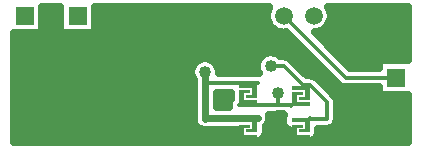
<source format=gbr>
G04 DipTrace 3.2.0.1*
G04 Bottom.gbr*
%MOMM*%
G04 #@! TF.FileFunction,Copper,L2,Bot*
G04 #@! TF.Part,Single*
%AMOUTLINE12*
4,1,8,
-0.8,-0.625,
0.8,-0.625,
0.8,-0.235,
-0.36,-0.235,
-0.36,0.365,
0.18,0.365,
0.18,0.625,
-0.8,0.625,
-0.8,-0.625,
0*%
%AMOUTLINE15*
4,1,8,
0.8,0.625,
-0.8,0.625,
-0.8,0.235,
0.36,0.235,
0.36,-0.365,
-0.18,-0.365,
-0.18,-0.625,
0.8,-0.625,
0.8,0.625,
0*%
G04 #@! TA.AperFunction,Conductor*
%ADD15C,0.33*%
%ADD17C,0.6*%
G04 #@! TA.AperFunction,CopperBalancing*
%ADD18C,0.635*%
G04 #@! TA.AperFunction,ComponentPad*
%ADD22C,1.6*%
%ADD23R,1.6X1.6*%
%ADD24R,1.5X1.5*%
%ADD25C,1.5*%
G04 #@! TA.AperFunction,ViaPad*
%ADD29C,1.016*%
%ADD65OUTLINE12*%
%ADD68OUTLINE15*%
%FSLAX35Y35*%
G04*
G71*
G90*
G75*
G01*
G04 Bottom*
%LPD*%
X1859440Y1148487D2*
D15*
X2113440D1*
X954660Y259580D2*
X1065773D1*
X176867Y894487D2*
Y926260D1*
X780053D1*
X875293Y1021500D1*
Y1148487D1*
X176867Y926260D2*
X319753D1*
X1065773Y259580D2*
Y354820D1*
X1859440Y1148487D1*
X3319787Y370693D2*
X2891233D1*
X2113440Y1148487D1*
X875293D2*
X1859440D1*
X1985793Y101840D2*
X2461633D1*
X2430247D1*
X3050933D1*
X3319787Y370693D1*
X1985793Y396053D2*
X2319767D1*
X2430247D1*
Y380180D1*
X2319767Y497680D2*
Y396053D1*
X2367440Y1148487D2*
X2891260Y624667D1*
X3319760D1*
X3319787Y624693D1*
X2590247Y560180D2*
X2527113D1*
X2367387Y719907D1*
X2256273D1*
X2590247Y281840D2*
Y275453D1*
X2732473D1*
Y417953D1*
X2590247Y560180D1*
X1700707Y672287D2*
D17*
Y576053D1*
Y275453D1*
X1707093Y281840D1*
X2145793D1*
Y576053D2*
D15*
X1700707D1*
D29*
X954660Y259580D3*
X2256273Y719907D3*
X1065773Y259580D3*
X1700707Y672287D3*
X2319767Y497680D3*
X325489Y1155083D2*
D18*
X467646D1*
X774929D2*
X2218922D1*
X2769929D2*
X3411930D1*
X325489Y1091917D2*
X467646D1*
X774929D2*
X2230498D1*
X2758354D2*
X3411930D1*
X325489Y1028750D2*
X467646D1*
X774929D2*
X2284183D1*
X2704669D2*
X3411930D1*
X88146Y965583D2*
X2425459D1*
X2675229D2*
X3411930D1*
X88146Y902417D2*
X2488623D1*
X2738393D2*
X3411930D1*
X88146Y839250D2*
X2551787D1*
X2801557D2*
X3411930D1*
X88146Y776083D2*
X1638050D1*
X1763406D2*
X2146097D1*
X2436062D2*
X2614951D1*
X2864721D2*
X3411930D1*
X88146Y712917D2*
X1583453D1*
X1817911D2*
X2132060D1*
X2499226D2*
X2678206D1*
X2927885D2*
X3166110D1*
X88146Y649750D2*
X1578440D1*
X2562390D2*
X2741370D1*
X88146Y586583D2*
X1597034D1*
X2688718D2*
X2804534D1*
X88146Y523417D2*
X1597034D1*
X2751883D2*
X3166110D1*
X88146Y460250D2*
X1597034D1*
X1804330D2*
X1912125D1*
X2811127D2*
X3411930D1*
X88146Y397083D2*
X1597034D1*
X1804330D2*
X1895628D1*
X2822612D2*
X3411930D1*
X88146Y333917D2*
X1597034D1*
X2822612D2*
X3411930D1*
X88146Y270750D2*
X1597216D1*
X2248758D2*
X2356643D1*
X2822521D2*
X3411930D1*
X88146Y207583D2*
X1624651D1*
X2219409D2*
X2366578D1*
X2787976D2*
X3411930D1*
X88146Y144417D2*
X1975289D1*
X2218315D2*
X2419808D1*
X2662742D2*
X3411930D1*
X768583Y1218212D2*
Y1001197D1*
X474003D1*
Y1218215D1*
X319232Y1218250D1*
X319157Y1006197D1*
X81722D1*
X81750Y81784D1*
X3418294Y81750D1*
X3418250Y477383D1*
X3172497Y477403D1*
Y540932D1*
X2884686Y541135D1*
X2871700Y543192D1*
X2859195Y547255D1*
X2847480Y553224D1*
X2836843Y560952D1*
X2716517Y680912D1*
X2389563Y1007866D1*
X2367440Y1006197D1*
X2345181Y1007948D1*
X2323470Y1013161D1*
X2302842Y1021705D1*
X2283804Y1033372D1*
X2266826Y1047872D1*
X2252325Y1064851D1*
X2240659Y1083888D1*
X2232114Y1104517D1*
X2226902Y1126228D1*
X2225150Y1148487D1*
X2226902Y1170746D1*
X2232114Y1192457D1*
X2240659Y1213085D1*
X2243538Y1218226D1*
X768581Y1218250D1*
X3195830Y771983D2*
X3418317D1*
X3418250Y1218216D1*
X2745534Y1218250D1*
X2752899Y1202939D1*
X2759799Y1181704D1*
X2763291Y1159651D1*
Y1137323D1*
X2759799Y1115270D1*
X2752899Y1094035D1*
X2742762Y1074140D1*
X2729638Y1056077D1*
X2713850Y1040289D1*
X2695786Y1027164D1*
X2675892Y1017028D1*
X2654657Y1010128D1*
X2632604Y1006635D1*
X2627938Y1006452D1*
X2925981Y708442D1*
X3172445Y708457D1*
X3172497Y771983D1*
X3195830D1*
X2154966Y659311D2*
X2147172Y674716D1*
X2141446Y692339D1*
X2138547Y710641D1*
Y729172D1*
X2141446Y747474D1*
X2147172Y765098D1*
X2155585Y781609D1*
X2166477Y796600D1*
X2179580Y809703D1*
X2194571Y820595D1*
X2211082Y829008D1*
X2228706Y834734D1*
X2247008Y837633D1*
X2265539D1*
X2283841Y834734D1*
X2301464Y829008D1*
X2317975Y820595D1*
X2332967Y809703D1*
X2339483Y803679D1*
X2373961Y803439D1*
X2386947Y801382D1*
X2399452Y797319D1*
X2411167Y791350D1*
X2421804Y783621D1*
X2542129Y663661D1*
X2561787Y644004D1*
X2596821Y643712D1*
X2609807Y641655D1*
X2622312Y637592D1*
X2634027Y631623D1*
X2644664Y623895D1*
X2764989Y503935D1*
X2796188Y472371D1*
X2803916Y461734D1*
X2809885Y450018D1*
X2813948Y437514D1*
X2816005Y424527D1*
X2816264Y275453D1*
X2815232Y262346D1*
X2812163Y249561D1*
X2807131Y237413D1*
X2800261Y226203D1*
X2791722Y216205D1*
X2781724Y207666D1*
X2770513Y200796D1*
X2758366Y195764D1*
X2745581Y192695D1*
X2732448Y191664D1*
X2657460Y191663D1*
X2657330Y151560D1*
X2655678Y141131D1*
X2652415Y131089D1*
X2647621Y121681D1*
X2641415Y113138D1*
X2633948Y105672D1*
X2625406Y99466D1*
X2615998Y94672D1*
X2605955Y91409D1*
X2595526Y89757D1*
X2492247Y89550D1*
X2481720Y90378D1*
X2471453Y92843D1*
X2461697Y96884D1*
X2452694Y102401D1*
X2444665Y109259D1*
X2437808Y117288D1*
X2432290Y126291D1*
X2428250Y136046D1*
X2425785Y146313D1*
X2424956Y162040D1*
Y175751D1*
X2414538Y177409D1*
X2404496Y180672D1*
X2395088Y185466D1*
X2386545Y191672D1*
X2379079Y199138D1*
X2372872Y207681D1*
X2368079Y217089D1*
X2364816Y227131D1*
X2363164Y237560D1*
Y287120D1*
X2364816Y297549D1*
X2368087Y307610D1*
X2360247Y312263D1*
X2238322Y311904D1*
X2241886Y297060D1*
X2243084Y281840D1*
X2241886Y266620D1*
X2238322Y251776D1*
X2232480Y237671D1*
X2224503Y224654D1*
X2213076Y211648D1*
X2212876Y151560D1*
X2211224Y141131D1*
X2207961Y131089D1*
X2203168Y121681D1*
X2196961Y113138D1*
X2189495Y105672D1*
X2180952Y99466D1*
X2171544Y94672D1*
X2161502Y91409D1*
X2151073Y89757D1*
X2047793Y89550D1*
X2037267Y90378D1*
X2027000Y92843D1*
X2017244Y96884D1*
X2008241Y102401D1*
X2000212Y109259D1*
X1993354Y117288D1*
X1987837Y126291D1*
X1983797Y136046D1*
X1981332Y146313D1*
X1980503Y162040D1*
Y175751D1*
X1970085Y177409D1*
X1960043Y180672D1*
X1955226Y182894D1*
X1935793Y184550D1*
X1735364D1*
X1723419Y180851D1*
X1708340Y178463D1*
X1693073D1*
X1677995Y180851D1*
X1663475Y185569D1*
X1649873Y192500D1*
X1637522Y201473D1*
X1626727Y212268D1*
X1617753Y224619D1*
X1610822Y238222D1*
X1606104Y252741D1*
X1603716Y267820D1*
X1603416Y392120D1*
Y605311D1*
X1595488Y618675D1*
X1588396Y635795D1*
X1584071Y653813D1*
X1582617Y672287D1*
X1584071Y690760D1*
X1588396Y708778D1*
X1595488Y725898D1*
X1605170Y741698D1*
X1617204Y755789D1*
X1631295Y767823D1*
X1647095Y777506D1*
X1664215Y784597D1*
X1682233Y788923D1*
X1700707Y790377D1*
X1719180Y788923D1*
X1737198Y784597D1*
X1754318Y777506D1*
X1770118Y767823D1*
X1784209Y755789D1*
X1796243Y741698D1*
X1805926Y725898D1*
X1813017Y708778D1*
X1817343Y690760D1*
X1818797Y672287D1*
X1818054Y659820D1*
X2152367Y659585D1*
X2154945Y659280D1*
X1918503Y445910D2*
Y492212D1*
X1798072Y492263D1*
X1797997Y379087D1*
X1903695Y379130D1*
X1902003Y396053D1*
X1903035Y409161D1*
X1906104Y421946D1*
X1911136Y434093D1*
X1918499Y445930D1*
X1918504Y479164D1*
D22*
X875293Y1148487D3*
D23*
X621293D3*
D22*
X3319787Y370693D3*
D23*
Y624693D3*
D24*
X176867Y1148487D3*
D25*
Y894487D3*
D24*
X1859440Y1148487D3*
D25*
X2113440D3*
X2367440D3*
X2621440D3*
D65*
X2065793Y164340D3*
D68*
Y219340D3*
X2510247Y497680D3*
D65*
Y442680D3*
Y164340D3*
D68*
Y219340D3*
X2065793Y513553D3*
D65*
Y458553D3*
M02*

</source>
